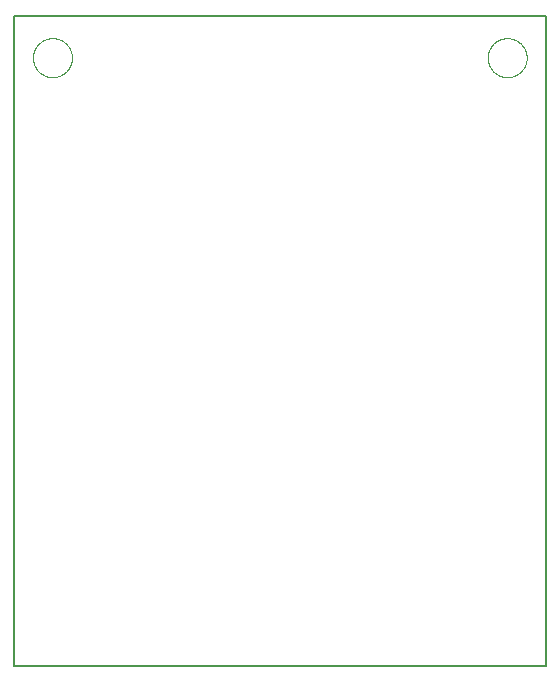
<source format=gko>
G75*
%MOIN*%
%OFA0B0*%
%FSLAX25Y25*%
%IPPOS*%
%LPD*%
%AMOC8*
5,1,8,0,0,1.08239X$1,22.5*
%
%ADD10C,0.00500*%
%ADD11C,0.00000*%
D10*
X0048285Y0052602D02*
X0048285Y0269137D01*
X0225450Y0269137D01*
X0225450Y0052602D01*
X0048285Y0052602D01*
D11*
X0054584Y0255358D02*
X0054586Y0255519D01*
X0054592Y0255679D01*
X0054602Y0255840D01*
X0054616Y0256000D01*
X0054634Y0256159D01*
X0054655Y0256319D01*
X0054681Y0256477D01*
X0054711Y0256635D01*
X0054744Y0256792D01*
X0054782Y0256949D01*
X0054823Y0257104D01*
X0054868Y0257258D01*
X0054917Y0257411D01*
X0054970Y0257563D01*
X0055026Y0257713D01*
X0055086Y0257862D01*
X0055150Y0258010D01*
X0055217Y0258156D01*
X0055288Y0258300D01*
X0055363Y0258442D01*
X0055441Y0258583D01*
X0055522Y0258721D01*
X0055607Y0258858D01*
X0055696Y0258992D01*
X0055787Y0259124D01*
X0055882Y0259254D01*
X0055980Y0259381D01*
X0056081Y0259506D01*
X0056185Y0259629D01*
X0056292Y0259748D01*
X0056402Y0259865D01*
X0056515Y0259980D01*
X0056631Y0260091D01*
X0056749Y0260200D01*
X0056870Y0260305D01*
X0056994Y0260408D01*
X0057120Y0260508D01*
X0057249Y0260604D01*
X0057380Y0260697D01*
X0057513Y0260787D01*
X0057648Y0260874D01*
X0057786Y0260957D01*
X0057925Y0261036D01*
X0058067Y0261113D01*
X0058210Y0261186D01*
X0058355Y0261255D01*
X0058502Y0261320D01*
X0058650Y0261382D01*
X0058800Y0261441D01*
X0058951Y0261495D01*
X0059103Y0261546D01*
X0059257Y0261593D01*
X0059412Y0261636D01*
X0059567Y0261675D01*
X0059724Y0261711D01*
X0059882Y0261743D01*
X0060040Y0261770D01*
X0060199Y0261794D01*
X0060358Y0261814D01*
X0060518Y0261830D01*
X0060679Y0261842D01*
X0060839Y0261850D01*
X0061000Y0261854D01*
X0061160Y0261854D01*
X0061321Y0261850D01*
X0061481Y0261842D01*
X0061642Y0261830D01*
X0061802Y0261814D01*
X0061961Y0261794D01*
X0062120Y0261770D01*
X0062278Y0261743D01*
X0062436Y0261711D01*
X0062593Y0261675D01*
X0062748Y0261636D01*
X0062903Y0261593D01*
X0063057Y0261546D01*
X0063209Y0261495D01*
X0063360Y0261441D01*
X0063510Y0261382D01*
X0063658Y0261320D01*
X0063805Y0261255D01*
X0063950Y0261186D01*
X0064093Y0261113D01*
X0064235Y0261036D01*
X0064374Y0260957D01*
X0064512Y0260874D01*
X0064647Y0260787D01*
X0064780Y0260697D01*
X0064911Y0260604D01*
X0065040Y0260508D01*
X0065166Y0260408D01*
X0065290Y0260305D01*
X0065411Y0260200D01*
X0065529Y0260091D01*
X0065645Y0259980D01*
X0065758Y0259865D01*
X0065868Y0259748D01*
X0065975Y0259629D01*
X0066079Y0259506D01*
X0066180Y0259381D01*
X0066278Y0259254D01*
X0066373Y0259124D01*
X0066464Y0258992D01*
X0066553Y0258858D01*
X0066638Y0258721D01*
X0066719Y0258583D01*
X0066797Y0258442D01*
X0066872Y0258300D01*
X0066943Y0258156D01*
X0067010Y0258010D01*
X0067074Y0257862D01*
X0067134Y0257713D01*
X0067190Y0257563D01*
X0067243Y0257411D01*
X0067292Y0257258D01*
X0067337Y0257104D01*
X0067378Y0256949D01*
X0067416Y0256792D01*
X0067449Y0256635D01*
X0067479Y0256477D01*
X0067505Y0256319D01*
X0067526Y0256159D01*
X0067544Y0256000D01*
X0067558Y0255840D01*
X0067568Y0255679D01*
X0067574Y0255519D01*
X0067576Y0255358D01*
X0067574Y0255197D01*
X0067568Y0255037D01*
X0067558Y0254876D01*
X0067544Y0254716D01*
X0067526Y0254557D01*
X0067505Y0254397D01*
X0067479Y0254239D01*
X0067449Y0254081D01*
X0067416Y0253924D01*
X0067378Y0253767D01*
X0067337Y0253612D01*
X0067292Y0253458D01*
X0067243Y0253305D01*
X0067190Y0253153D01*
X0067134Y0253003D01*
X0067074Y0252854D01*
X0067010Y0252706D01*
X0066943Y0252560D01*
X0066872Y0252416D01*
X0066797Y0252274D01*
X0066719Y0252133D01*
X0066638Y0251995D01*
X0066553Y0251858D01*
X0066464Y0251724D01*
X0066373Y0251592D01*
X0066278Y0251462D01*
X0066180Y0251335D01*
X0066079Y0251210D01*
X0065975Y0251087D01*
X0065868Y0250968D01*
X0065758Y0250851D01*
X0065645Y0250736D01*
X0065529Y0250625D01*
X0065411Y0250516D01*
X0065290Y0250411D01*
X0065166Y0250308D01*
X0065040Y0250208D01*
X0064911Y0250112D01*
X0064780Y0250019D01*
X0064647Y0249929D01*
X0064512Y0249842D01*
X0064374Y0249759D01*
X0064235Y0249680D01*
X0064093Y0249603D01*
X0063950Y0249530D01*
X0063805Y0249461D01*
X0063658Y0249396D01*
X0063510Y0249334D01*
X0063360Y0249275D01*
X0063209Y0249221D01*
X0063057Y0249170D01*
X0062903Y0249123D01*
X0062748Y0249080D01*
X0062593Y0249041D01*
X0062436Y0249005D01*
X0062278Y0248973D01*
X0062120Y0248946D01*
X0061961Y0248922D01*
X0061802Y0248902D01*
X0061642Y0248886D01*
X0061481Y0248874D01*
X0061321Y0248866D01*
X0061160Y0248862D01*
X0061000Y0248862D01*
X0060839Y0248866D01*
X0060679Y0248874D01*
X0060518Y0248886D01*
X0060358Y0248902D01*
X0060199Y0248922D01*
X0060040Y0248946D01*
X0059882Y0248973D01*
X0059724Y0249005D01*
X0059567Y0249041D01*
X0059412Y0249080D01*
X0059257Y0249123D01*
X0059103Y0249170D01*
X0058951Y0249221D01*
X0058800Y0249275D01*
X0058650Y0249334D01*
X0058502Y0249396D01*
X0058355Y0249461D01*
X0058210Y0249530D01*
X0058067Y0249603D01*
X0057925Y0249680D01*
X0057786Y0249759D01*
X0057648Y0249842D01*
X0057513Y0249929D01*
X0057380Y0250019D01*
X0057249Y0250112D01*
X0057120Y0250208D01*
X0056994Y0250308D01*
X0056870Y0250411D01*
X0056749Y0250516D01*
X0056631Y0250625D01*
X0056515Y0250736D01*
X0056402Y0250851D01*
X0056292Y0250968D01*
X0056185Y0251087D01*
X0056081Y0251210D01*
X0055980Y0251335D01*
X0055882Y0251462D01*
X0055787Y0251592D01*
X0055696Y0251724D01*
X0055607Y0251858D01*
X0055522Y0251995D01*
X0055441Y0252133D01*
X0055363Y0252274D01*
X0055288Y0252416D01*
X0055217Y0252560D01*
X0055150Y0252706D01*
X0055086Y0252854D01*
X0055026Y0253003D01*
X0054970Y0253153D01*
X0054917Y0253305D01*
X0054868Y0253458D01*
X0054823Y0253612D01*
X0054782Y0253767D01*
X0054744Y0253924D01*
X0054711Y0254081D01*
X0054681Y0254239D01*
X0054655Y0254397D01*
X0054634Y0254557D01*
X0054616Y0254716D01*
X0054602Y0254876D01*
X0054592Y0255037D01*
X0054586Y0255197D01*
X0054584Y0255358D01*
X0206159Y0255358D02*
X0206161Y0255519D01*
X0206167Y0255679D01*
X0206177Y0255840D01*
X0206191Y0256000D01*
X0206209Y0256159D01*
X0206230Y0256319D01*
X0206256Y0256477D01*
X0206286Y0256635D01*
X0206319Y0256792D01*
X0206357Y0256949D01*
X0206398Y0257104D01*
X0206443Y0257258D01*
X0206492Y0257411D01*
X0206545Y0257563D01*
X0206601Y0257713D01*
X0206661Y0257862D01*
X0206725Y0258010D01*
X0206792Y0258156D01*
X0206863Y0258300D01*
X0206938Y0258442D01*
X0207016Y0258583D01*
X0207097Y0258721D01*
X0207182Y0258858D01*
X0207271Y0258992D01*
X0207362Y0259124D01*
X0207457Y0259254D01*
X0207555Y0259381D01*
X0207656Y0259506D01*
X0207760Y0259629D01*
X0207867Y0259748D01*
X0207977Y0259865D01*
X0208090Y0259980D01*
X0208206Y0260091D01*
X0208324Y0260200D01*
X0208445Y0260305D01*
X0208569Y0260408D01*
X0208695Y0260508D01*
X0208824Y0260604D01*
X0208955Y0260697D01*
X0209088Y0260787D01*
X0209223Y0260874D01*
X0209361Y0260957D01*
X0209500Y0261036D01*
X0209642Y0261113D01*
X0209785Y0261186D01*
X0209930Y0261255D01*
X0210077Y0261320D01*
X0210225Y0261382D01*
X0210375Y0261441D01*
X0210526Y0261495D01*
X0210678Y0261546D01*
X0210832Y0261593D01*
X0210987Y0261636D01*
X0211142Y0261675D01*
X0211299Y0261711D01*
X0211457Y0261743D01*
X0211615Y0261770D01*
X0211774Y0261794D01*
X0211933Y0261814D01*
X0212093Y0261830D01*
X0212254Y0261842D01*
X0212414Y0261850D01*
X0212575Y0261854D01*
X0212735Y0261854D01*
X0212896Y0261850D01*
X0213056Y0261842D01*
X0213217Y0261830D01*
X0213377Y0261814D01*
X0213536Y0261794D01*
X0213695Y0261770D01*
X0213853Y0261743D01*
X0214011Y0261711D01*
X0214168Y0261675D01*
X0214323Y0261636D01*
X0214478Y0261593D01*
X0214632Y0261546D01*
X0214784Y0261495D01*
X0214935Y0261441D01*
X0215085Y0261382D01*
X0215233Y0261320D01*
X0215380Y0261255D01*
X0215525Y0261186D01*
X0215668Y0261113D01*
X0215810Y0261036D01*
X0215949Y0260957D01*
X0216087Y0260874D01*
X0216222Y0260787D01*
X0216355Y0260697D01*
X0216486Y0260604D01*
X0216615Y0260508D01*
X0216741Y0260408D01*
X0216865Y0260305D01*
X0216986Y0260200D01*
X0217104Y0260091D01*
X0217220Y0259980D01*
X0217333Y0259865D01*
X0217443Y0259748D01*
X0217550Y0259629D01*
X0217654Y0259506D01*
X0217755Y0259381D01*
X0217853Y0259254D01*
X0217948Y0259124D01*
X0218039Y0258992D01*
X0218128Y0258858D01*
X0218213Y0258721D01*
X0218294Y0258583D01*
X0218372Y0258442D01*
X0218447Y0258300D01*
X0218518Y0258156D01*
X0218585Y0258010D01*
X0218649Y0257862D01*
X0218709Y0257713D01*
X0218765Y0257563D01*
X0218818Y0257411D01*
X0218867Y0257258D01*
X0218912Y0257104D01*
X0218953Y0256949D01*
X0218991Y0256792D01*
X0219024Y0256635D01*
X0219054Y0256477D01*
X0219080Y0256319D01*
X0219101Y0256159D01*
X0219119Y0256000D01*
X0219133Y0255840D01*
X0219143Y0255679D01*
X0219149Y0255519D01*
X0219151Y0255358D01*
X0219149Y0255197D01*
X0219143Y0255037D01*
X0219133Y0254876D01*
X0219119Y0254716D01*
X0219101Y0254557D01*
X0219080Y0254397D01*
X0219054Y0254239D01*
X0219024Y0254081D01*
X0218991Y0253924D01*
X0218953Y0253767D01*
X0218912Y0253612D01*
X0218867Y0253458D01*
X0218818Y0253305D01*
X0218765Y0253153D01*
X0218709Y0253003D01*
X0218649Y0252854D01*
X0218585Y0252706D01*
X0218518Y0252560D01*
X0218447Y0252416D01*
X0218372Y0252274D01*
X0218294Y0252133D01*
X0218213Y0251995D01*
X0218128Y0251858D01*
X0218039Y0251724D01*
X0217948Y0251592D01*
X0217853Y0251462D01*
X0217755Y0251335D01*
X0217654Y0251210D01*
X0217550Y0251087D01*
X0217443Y0250968D01*
X0217333Y0250851D01*
X0217220Y0250736D01*
X0217104Y0250625D01*
X0216986Y0250516D01*
X0216865Y0250411D01*
X0216741Y0250308D01*
X0216615Y0250208D01*
X0216486Y0250112D01*
X0216355Y0250019D01*
X0216222Y0249929D01*
X0216087Y0249842D01*
X0215949Y0249759D01*
X0215810Y0249680D01*
X0215668Y0249603D01*
X0215525Y0249530D01*
X0215380Y0249461D01*
X0215233Y0249396D01*
X0215085Y0249334D01*
X0214935Y0249275D01*
X0214784Y0249221D01*
X0214632Y0249170D01*
X0214478Y0249123D01*
X0214323Y0249080D01*
X0214168Y0249041D01*
X0214011Y0249005D01*
X0213853Y0248973D01*
X0213695Y0248946D01*
X0213536Y0248922D01*
X0213377Y0248902D01*
X0213217Y0248886D01*
X0213056Y0248874D01*
X0212896Y0248866D01*
X0212735Y0248862D01*
X0212575Y0248862D01*
X0212414Y0248866D01*
X0212254Y0248874D01*
X0212093Y0248886D01*
X0211933Y0248902D01*
X0211774Y0248922D01*
X0211615Y0248946D01*
X0211457Y0248973D01*
X0211299Y0249005D01*
X0211142Y0249041D01*
X0210987Y0249080D01*
X0210832Y0249123D01*
X0210678Y0249170D01*
X0210526Y0249221D01*
X0210375Y0249275D01*
X0210225Y0249334D01*
X0210077Y0249396D01*
X0209930Y0249461D01*
X0209785Y0249530D01*
X0209642Y0249603D01*
X0209500Y0249680D01*
X0209361Y0249759D01*
X0209223Y0249842D01*
X0209088Y0249929D01*
X0208955Y0250019D01*
X0208824Y0250112D01*
X0208695Y0250208D01*
X0208569Y0250308D01*
X0208445Y0250411D01*
X0208324Y0250516D01*
X0208206Y0250625D01*
X0208090Y0250736D01*
X0207977Y0250851D01*
X0207867Y0250968D01*
X0207760Y0251087D01*
X0207656Y0251210D01*
X0207555Y0251335D01*
X0207457Y0251462D01*
X0207362Y0251592D01*
X0207271Y0251724D01*
X0207182Y0251858D01*
X0207097Y0251995D01*
X0207016Y0252133D01*
X0206938Y0252274D01*
X0206863Y0252416D01*
X0206792Y0252560D01*
X0206725Y0252706D01*
X0206661Y0252854D01*
X0206601Y0253003D01*
X0206545Y0253153D01*
X0206492Y0253305D01*
X0206443Y0253458D01*
X0206398Y0253612D01*
X0206357Y0253767D01*
X0206319Y0253924D01*
X0206286Y0254081D01*
X0206256Y0254239D01*
X0206230Y0254397D01*
X0206209Y0254557D01*
X0206191Y0254716D01*
X0206177Y0254876D01*
X0206167Y0255037D01*
X0206161Y0255197D01*
X0206159Y0255358D01*
M02*

</source>
